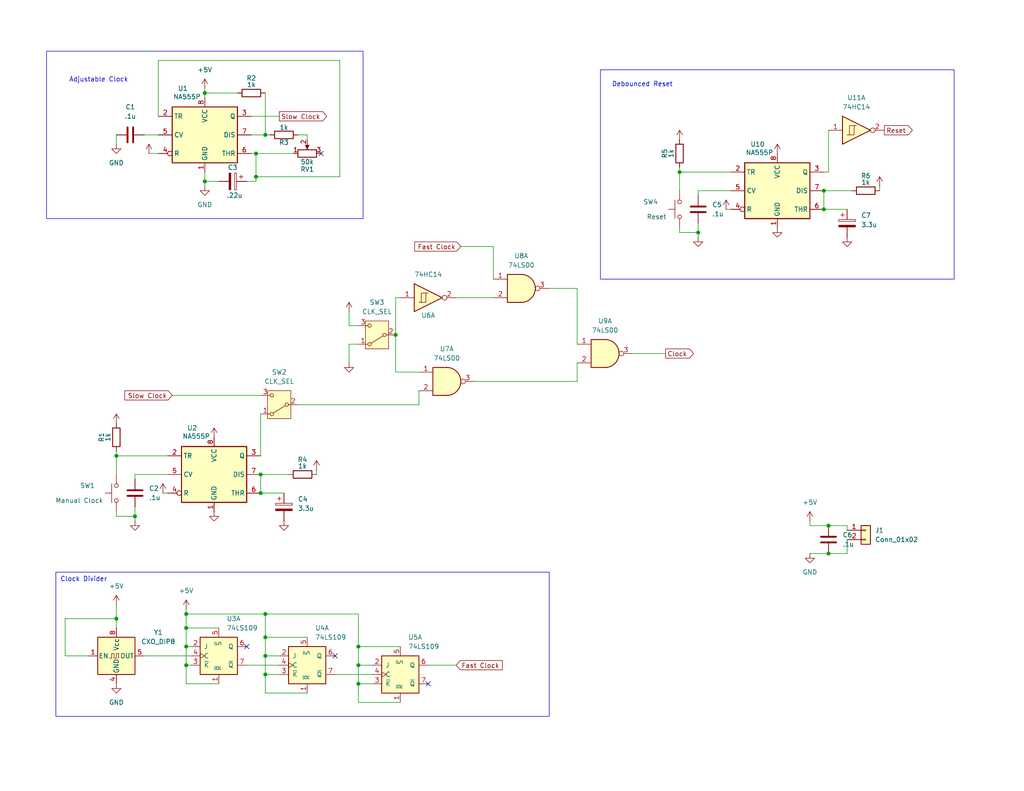
<source format=kicad_sch>
(kicad_sch (version 20250114) (generator "eeschema") (generator_version "9.0")
  (paper "USLetter")
  (title_block (title "Clock/Reset module") (date "2025-10-23") (rev "3") (comment 1 "Reset Switch may need to swap from pull up to pull down depending on output?"))
  (lib_symbols
    (symbol "74xx:74HC14" (pin_names (offset 1.016))
      (property "Reference" "U" (at 0 1.27 0))
      (property "Value" "74HC14" (at 0 -1.27 0))
      (symbol "74HC14_1_0"
        (polyline (pts (xy -3.81 3.81) (xy -3.81 -3.81) (xy 3.81 0) (xy -3.81 3.81)) (stroke (width 0.254)) (fill (type background)))
        (pin input line (at -7.62 0 0) (length 3.81) (name "~") (number "1"))
        (pin output inverted (at 7.62 0 180) (length 3.81) (name "~") (number "2"))
      )
      (symbol "74HC14_1_1"
        (polyline (pts (xy -2.54 -1.27) (xy -0.635 -1.27) (xy -0.635 1.27) (xy 0 1.27)))
        (polyline (pts (xy -1.905 -1.27) (xy -1.905 1.27) (xy -0.635 1.27)))
      )
      (symbol "74HC14_2_0"
        (polyline (pts (xy -3.81 3.81) (xy -3.81 -3.81) (xy 3.81 0) (xy -3.81 3.81)) (stroke (width 0.254)) (fill (type background)))
        (pin input line (at -7.62 0 0) (length 3.81) (name "~") (number "3"))
        (pin output inverted (at 7.62 0 180) (length 3.81) (name "~") (number "4"))
      )
      (symbol "74HC14_2_1"
        (polyline (pts (xy -2.54 -1.27) (xy -0.635 -1.27) (xy -0.635 1.27) (xy 0 1.27)))
        (polyline (pts (xy -1.905 -1.27) (xy -1.905 1.27) (xy -0.635 1.27)))
      )
      (symbol "74HC14_3_0"
        (polyline (pts (xy -3.81 3.81) (xy -3.81 -3.81) (xy 3.81 0) (xy -3.81 3.81)) (stroke (width 0.254)) (fill (type background)))
        (pin input line (at -7.62 0 0) (length 3.81) (name "~") (number "5"))
        (pin output inverted (at 7.62 0 180) (length 3.81) (name "~") (number "6"))
      )
      (symbol "74HC14_3_1"
        (polyline (pts (xy -2.54 -1.27) (xy -0.635 -1.27) (xy -0.635 1.27) (xy 0 1.27)))
        (polyline (pts (xy -1.905 -1.27) (xy -1.905 1.27) (xy -0.635 1.27)))
      )
      (symbol "74HC14_4_0"
        (polyline (pts (xy -3.81 3.81) (xy -3.81 -3.81) (xy 3.81 0) (xy -3.81 3.81)) (stroke (width 0.254)) (fill (type background)))
        (pin input line (at -7.62 0 0) (length 3.81) (name "~") (number "9"))
        (pin output inverted (at 7.62 0 180) (length 3.81) (name "~") (number "8"))
      )
      (symbol "74HC14_4_1"
        (polyline (pts (xy -2.54 -1.27) (xy -0.635 -1.27) (xy -0.635 1.27) (xy 0 1.27)))
        (polyline (pts (xy -1.905 -1.27) (xy -1.905 1.27) (xy -0.635 1.27)))
      )
      (symbol "74HC14_5_0"
        (polyline (pts (xy -3.81 3.81) (xy -3.81 -3.81) (xy 3.81 0) (xy -3.81 3.81)) (stroke (width 0.254)) (fill (type background)))
        (pin input line (at -7.62 0 0) (length 3.81) (name "~") (number "11"))
        (pin output inverted (at 7.62 0 180) (length 3.81) (name "~") (number "10"))
      )
      (symbol "74HC14_5_1"
        (polyline (pts (xy -2.54 -1.27) (xy -0.635 -1.27) (xy -0.635 1.27) (xy 0 1.27)))
        (polyline (pts (xy -1.905 -1.27) (xy -1.905 1.27) (xy -0.635 1.27)))
      )
      (symbol "74HC14_6_0"
        (polyline (pts (xy -3.81 3.81) (xy -3.81 -3.81) (xy 3.81 0) (xy -3.81 3.81)) (stroke (width 0.254)) (fill (type background)))
        (pin input line (at -7.62 0 0) (length 3.81) (name "~") (number "13"))
        (pin output inverted (at 7.62 0 180) (length 3.81) (name "~") (number "12"))
      )
      (symbol "74HC14_6_1"
        (polyline (pts (xy -2.54 -1.27) (xy -0.635 -1.27) (xy -0.635 1.27) (xy 0 1.27)))
        (polyline (pts (xy -1.905 -1.27) (xy -1.905 1.27) (xy -0.635 1.27)))
      )
      (symbol "74HC14_7_0"
        (pin power_in line (at 0 12.7 270) (length 5.08) (name "VCC") (number "14"))
        (pin power_in line (at 0 -12.7 90) (length 5.08) (name "GND") (number "7"))
      )
      (symbol "74HC14_7_1"
        (rectangle (start -5.08 7.62) (end 5.08 -7.62) (stroke (width 0.254)) (fill (type background)))
      )
    )
    (symbol "74xx:74LS00" (pin_names (offset 1.016))
      (property "Reference" "U" (at 0 1.27 0))
      (property "Value" "74LS00" (at 0 -1.27 0))
      (symbol "74LS00_1_1"
        (arc (start 0 3.81) (mid 3.7934 0) (end 0 -3.81) (stroke (width 0.254)) (fill (type background)))
        (polyline (pts (xy 0 3.81) (xy -3.81 3.81) (xy -3.81 -3.81) (xy 0 -3.81)) (stroke (width 0.254)) (fill (type background)))
        (pin input line (at -7.62 2.54 0) (length 3.81) (name "~") (number "1"))
        (pin input line (at -7.62 -2.54 0) (length 3.81) (name "~") (number "2"))
        (pin output inverted (at 7.62 0 180) (length 3.81) (name "~") (number "3"))
      )
      (symbol "74LS00_1_2"
        (arc (start -3.81 3.81) (mid -2.589 0) (end -3.81 -3.81) (stroke (width 0.254)))
        (polyline (pts (xy -3.81 3.81) (xy -0.635 3.81)) (stroke (width 0.254)) (fill (type background)))
        (polyline (pts (xy -3.81 -3.81) (xy -0.635 -3.81)) (stroke (width 0.254)) (fill (type background)))
        (arc (start 3.81 0) (mid 2.1855 -2.584) (end -0.6096 -3.81) (stroke (width 0.254)) (fill (type background)))
        (arc (start -0.6096 3.81) (mid 2.1928 2.5924) (end 3.81 0) (stroke (width 0.254)) (fill (type background)))
        (polyline (pts (xy -0.635 3.81) (xy -3.81 3.81) (xy -3.81 3.81) (xy -3.556 3.4036) (xy -3.0226 2.2606) (xy -2.6924 1.0414) (xy -2.6162 -0.254) (xy -2.7686 -1.4986) (xy -3.175 -2.7178) (xy -3.81 -3.81) (xy -3.81 -3.81) (xy -0.635 -3.81)) (stroke (width -25.4)) (fill (type background)))
        (pin input inverted (at -7.62 2.54 0) (length 4.318) (name "~") (number "1"))
        (pin input inverted (at -7.62 -2.54 0) (length 4.318) (name "~") (number "2"))
        (pin output line (at 7.62 0 180) (length 3.81) (name "~") (number "3"))
      )
      (symbol "74LS00_2_1"
        (arc (start 0 3.81) (mid 3.7934 0) (end 0 -3.81) (stroke (width 0.254)) (fill (type background)))
        (polyline (pts (xy 0 3.81) (xy -3.81 3.81) (xy -3.81 -3.81) (xy 0 -3.81)) (stroke (width 0.254)) (fill (type background)))
        (pin input line (at -7.62 2.54 0) (length 3.81) (name "~") (number "4"))
        (pin input line (at -7.62 -2.54 0) (length 3.81) (name "~") (number "5"))
        (pin output inverted (at 7.62 0 180) (length 3.81) (name "~") (number "6"))
      )
      (symbol "74LS00_2_2"
        (arc (start -3.81 3.81) (mid -2.589 0) (end -3.81 -3.81) (stroke (width 0.254)))
        (polyline (pts (xy -3.81 3.81) (xy -0.635 3.81)) (stroke (width 0.254)) (fill (type background)))
        (polyline (pts (xy -3.81 -3.81) (xy -0.635 -3.81)) (stroke (width 0.254)) (fill (type background)))
        (arc (start 3.81 0) (mid 2.1855 -2.584) (end -0.6096 -3.81) (stroke (width 0.254)) (fill (type background)))
        (arc (start -0.6096 3.81) (mid 2.1928 2.5924) (end 3.81 0) (stroke (width 0.254)) (fill (type background)))
        (polyline (pts (xy -0.635 3.81) (xy -3.81 3.81) (xy -3.81 3.81) (xy -3.556 3.4036) (xy -3.0226 2.2606) (xy -2.6924 1.0414) (xy -2.6162 -0.254) (xy -2.7686 -1.4986) (xy -3.175 -2.7178) (xy -3.81 -3.81) (xy -3.81 -3.81) (xy -0.635 -3.81)) (stroke (width -25.4)) (fill (type background)))
        (pin input inverted (at -7.62 2.54 0) (length 4.318) (name "~") (number "4"))
        (pin input inverted (at -7.62 -2.54 0) (length 4.318) (name "~") (number "5"))
        (pin output line (at 7.62 0 180) (length 3.81) (name "~") (number "6"))
      )
      (symbol "74LS00_3_1"
        (arc (start 0 3.81) (mid 3.7934 0) (end 0 -3.81) (stroke (width 0.254)) (fill (type background)))
        (polyline (pts (xy 0 3.81) (xy -3.81 3.81) (xy -3.81 -3.81) (xy 0 -3.81)) (stroke (width 0.254)) (fill (type background)))
        (pin input line (at -7.62 2.54 0) (length 3.81) (name "~") (number "9"))
        (pin input line (at -7.62 -2.54 0) (length 3.81) (name "~") (number "10"))
        (pin output inverted (at 7.62 0 180) (length 3.81) (name "~") (number "8"))
      )
      (symbol "74LS00_3_2"
        (arc (start -3.81 3.81) (mid -2.589 0) (end -3.81 -3.81) (stroke (width 0.254)))
        (polyline (pts (xy -3.81 3.81) (xy -0.635 3.81)) (stroke (width 0.254)) (fill (type background)))
        (polyline (pts (xy -3.81 -3.81) (xy -0.635 -3.81)) (stroke (width 0.254)) (fill (type background)))
        (arc (start 3.81 0) (mid 2.1855 -2.584) (end -0.6096 -3.81) (stroke (width 0.254)) (fill (type background)))
        (arc (start -0.6096 3.81) (mid 2.1928 2.5924) (end 3.81 0) (stroke (width 0.254)) (fill (type background)))
        (polyline (pts (xy -0.635 3.81) (xy -3.81 3.81) (xy -3.81 3.81) (xy -3.556 3.4036) (xy -3.0226 2.2606) (xy -2.6924 1.0414) (xy -2.6162 -0.254) (xy -2.7686 -1.4986) (xy -3.175 -2.7178) (xy -3.81 -3.81) (xy -3.81 -3.81) (xy -0.635 -3.81)) (stroke (width -25.4)) (fill (type background)))
        (pin input inverted (at -7.62 2.54 0) (length 4.318) (name "~") (number "9"))
        (pin input inverted (at -7.62 -2.54 0) (length 4.318) (name "~") (number "10"))
        (pin output line (at 7.62 0 180) (length 3.81) (name "~") (number "8"))
      )
      (symbol "74LS00_4_1"
        (arc (start 0 3.81) (mid 3.7934 0) (end 0 -3.81) (stroke (width 0.254)) (fill (type background)))
        (polyline (pts (xy 0 3.81) (xy -3.81 3.81) (xy -3.81 -3.81) (xy 0 -3.81)) (stroke (width 0.254)) (fill (type background)))
        (pin input line (at -7.62 2.54 0) (length 3.81) (name "~") (number "12"))
        (pin input line (at -7.62 -2.54 0) (length 3.81) (name "~") (number "13"))
        (pin output inverted (at 7.62 0 180) (length 3.81) (name "~") (number "11"))
      )
      (symbol "74LS00_4_2"
        (arc (start -3.81 3.81) (mid -2.589 0) (end -3.81 -3.81) (stroke (width 0.254)))
        (polyline (pts (xy -3.81 3.81) (xy -0.635 3.81)) (stroke (width 0.254)) (fill (type background)))
        (polyline (pts (xy -3.81 -3.81) (xy -0.635 -3.81)) (stroke (width 0.254)) (fill (type background)))
        (arc (start 3.81 0) (mid 2.1855 -2.584) (end -0.6096 -3.81) (stroke (width 0.254)) (fill (type background)))
        (arc (start -0.6096 3.81) (mid 2.1928 2.5924) (end 3.81 0) (stroke (width 0.254)) (fill (type background)))
        (polyline (pts (xy -0.635 3.81) (xy -3.81 3.81) (xy -3.81 3.81) (xy -3.556 3.4036) (xy -3.0226 2.2606) (xy -2.6924 1.0414) (xy -2.6162 -0.254) (xy -2.7686 -1.4986) (xy -3.175 -2.7178) (xy -3.81 -3.81) (xy -3.81 -3.81) (xy -0.635 -3.81)) (stroke (width -25.4)) (fill (type background)))
        (pin input inverted (at -7.62 2.54 0) (length 4.318) (name "~") (number "12"))
        (pin input inverted (at -7.62 -2.54 0) (length 4.318) (name "~") (number "13"))
        (pin output line (at 7.62 0 180) (length 3.81) (name "~") (number "11"))
      )
      (symbol "74LS00_5_0"
        (pin power_in line (at 0 12.7 270) (length 5.08) (name "VCC") (number "14"))
        (pin power_in line (at 0 -12.7 90) (length 5.08) (name "GND") (number "7"))
      )
      (symbol "74LS00_5_1"
        (rectangle (start -5.08 7.62) (end 5.08 -7.62) (stroke (width 0.254)) (fill (type background)))
      )
    )
    (symbol "74xx:74LS109" (pin_names (offset 1.016))
      (property "Reference" "U" (at -7.62 8.89 0))
      (property "Value" "74LS109" (at -7.62 -8.89 0))
      (symbol "74LS109_1_0"
        (pin input line (at -7.62 2.54 0) (length 2.54) (name "J") (number "2"))
        (pin input clock (at -7.62 0 0) (length 2.54) (name "C") (number "4"))
        (pin input line (at -7.62 -2.54 0) (length 2.54) (name "~{K}") (number "3"))
        (pin input line (at 0 7.62 270) (length 2.54) (name "~{S}") (number "5"))
        (pin input line (at 0 -7.62 90) (length 2.54) (name "~{R}") (number "1"))
        (pin output line (at 7.62 2.54 180) (length 2.54) (name "Q") (number "6"))
        (pin output line (at 7.62 -2.54 180) (length 2.54) (name "~{Q}") (number "7"))
      )
      (symbol "74LS109_1_1"
        (rectangle (start -5.08 5.08) (end 5.08 -5.08) (stroke (width 0.254)) (fill (type background)))
      )
      (symbol "74LS109_2_0"
        (pin input line (at -7.62 2.54 0) (length 2.54) (name "J") (number "14"))
        (pin input clock (at -7.62 0 0) (length 2.54) (name "C") (number "12"))
        (pin input line (at -7.62 -2.54 0) (length 2.54) (name "~{K}") (number "13"))
        (pin input line (at 0 7.62 270) (length 2.54) (name "~{S}") (number "11"))
        (pin input line (at 0 -7.62 90) (length 2.54) (name "~{R}") (number "15"))
        (pin output line (at 7.62 2.54 180) (length 2.54) (name "Q") (number "10"))
        (pin output line (at 7.62 -2.54 180) (length 2.54) (name "~{Q}") (number "9"))
      )
      (symbol "74LS109_2_1"
        (rectangle (start -5.08 5.08) (end 5.08 -5.08) (stroke (width 0.254)) (fill (type background)))
      )
      (symbol "74LS109_3_0"
        (pin power_in line (at 0 10.16 270) (length 2.54) (name "VCC") (number "16"))
        (pin power_in line (at 0 -10.16 90) (length 2.54) (name "GND") (number "8"))
      )
      (symbol "74LS109_3_1"
        (rectangle (start -5.08 7.62) (end 5.08 -7.62) (stroke (width 0.254)) (fill (type background)))
      )
    )
    (symbol "Connector_Generic:Conn_01x02" (pin_names (offset 1.016) (hide yes))
      (property "Reference" "J" (at 0 2.54 0))
      (property "Value" "Conn_01x02" (at 0 -5.08 0))
      (symbol "Conn_01x02_1_1"
        (rectangle (start -1.27 1.27) (end 1.27 -3.81) (stroke (width 0.254)) (fill (type background)))
        (rectangle (start -1.27 0.127) (end 0 -0.127) (stroke (width 0.1524)))
        (rectangle (start -1.27 -2.413) (end 0 -2.667) (stroke (width 0.1524)))
        (pin passive line (at -5.08 0 0) (length 3.81) (name "Pin_1") (number "1"))
        (pin passive line (at -5.08 -2.54 0) (length 3.81) (name "Pin_2") (number "2"))
      )
    )
    (symbol "Device:C" (pin_numbers (hide yes)) (pin_names (offset 0.254))
      (property "Reference" "C" (at 0.635 2.54 0))
      (property "Value" "C" (at 0.635 -2.54 0))
      (symbol "C_0_1"
        (polyline (pts (xy -2.032 0.762) (xy 2.032 0.762)) (stroke (width 0.508)))
        (polyline (pts (xy -2.032 -0.762) (xy 2.032 -0.762)) (stroke (width 0.508)))
      )
      (symbol "C_1_1"
        (pin passive line (at 0 3.81 270) (length 2.794) (name "~") (number "1"))
        (pin passive line (at 0 -3.81 90) (length 2.794) (name "~") (number "2"))
      )
    )
    (symbol "Device:C_Polarized" (pin_numbers (hide yes)) (pin_names (offset 0.254))
      (property "Reference" "C" (at 0.635 2.54 0))
      (property "Value" "C_Polarized" (at 0.635 -2.54 0))
      (symbol "C_Polarized_0_1"
        (rectangle (start -2.286 0.508) (end 2.286 1.016))
        (polyline (pts (xy -1.778 2.286) (xy -0.762 2.286)))
        (polyline (pts (xy -1.27 2.794) (xy -1.27 1.778)))
        (rectangle (start 2.286 -0.508) (end -2.286 -1.016) (fill (type outline)))
      )
      (symbol "C_Polarized_1_1"
        (pin passive line (at 0 3.81 270) (length 2.794) (name "~") (number "1"))
        (pin passive line (at 0 -3.81 90) (length 2.794) (name "~") (number "2"))
      )
    )
    (symbol "Device:R" (pin_numbers (hide yes)) (pin_names (offset 0))
      (property "Reference" "R" (at 2.032 0 90))
      (property "Value" "R" (at 0 0 90))
      (symbol "R_0_1"
        (rectangle (start -1.016 -2.54) (end 1.016 2.54) (stroke (width 0.254)))
      )
      (symbol "R_1_1"
        (pin passive line (at 0 3.81 270) (length 1.27) (name "~") (number "1"))
        (pin passive line (at 0 -3.81 90) (length 1.27) (name "~") (number "2"))
      )
    )
    (symbol "Device:R_Potentiometer" (pin_names (offset 1.016) (hide yes))
      (property "Reference" "RV" (at -4.445 0 90))
      (property "Value" "R_Potentiometer" (at -2.54 0 90))
      (symbol "R_Potentiometer_0_1"
        (rectangle (start 1.016 2.54) (end -1.016 -2.54) (stroke (width 0.254)))
        (polyline (pts (xy 1.143 0) (xy 2.286 0.508) (xy 2.286 -0.508) (xy 1.143 0)) (fill (type outline)))
        (polyline (pts (xy 2.54 0) (xy 1.524 0)))
      )
      (symbol "R_Potentiometer_1_1"
        (pin passive line (at 0 3.81 270) (length 1.27) (name "1") (number "1"))
        (pin passive line (at 0 -3.81 90) (length 1.27) (name "3") (number "3"))
        (pin passive line (at 3.81 0 180) (length 1.27) (name "2") (number "2"))
      )
    )
    (symbol "Oscillator:CXO_DIP8" (pin_names (offset 0.254))
      (property "Reference" "Y" (at -5.08 6.35 0))
      (property "Value" "CXO_DIP8" (at 1.27 -6.35 0))
      (symbol "CXO_DIP8_0_1"
        (rectangle (start -5.08 5.08) (end 5.08 -5.08) (stroke (width 0.254)) (fill (type background)))
        (polyline (pts (xy -1.905 -0.635) (xy -1.27 -0.635) (xy -1.27 0.635) (xy -0.635 0.635) (xy -0.635 -0.635) (xy 0 -0.635) (xy 0 0.635) (xy 0.635 0.635) (xy 0.635 -0.635)))
      )
      (symbol "CXO_DIP8_1_1"
        (pin input line (at -7.62 0 0) (length 2.54) (name "EN") (number "1"))
        (pin power_in line (at 0 7.62 270) (length 2.54) (name "Vcc") (number "8"))
        (pin power_in line (at 0 -7.62 90) (length 2.54) (name "GND") (number "4"))
        (pin output line (at 7.62 0 180) (length 2.54) (name "OUT") (number "5"))
      )
    )
    (symbol "Switch:SW_Push" (pin_numbers (hide yes)) (pin_names (offset 1.016) (hide yes))
      (property "Reference" "SW" (at 1.27 2.54 0))
      (property "Value" "SW_Push" (at 0 -1.524 0))
      (symbol "SW_Push_0_1"
        (circle (center -2.032 0) (radius 0.508))
        (polyline (pts (xy 0 1.27) (xy 0 3.048)))
        (circle (center 2.032 0) (radius 0.508))
        (polyline (pts (xy 2.54 1.27) (xy -2.54 1.27)))
        (pin passive line (at -5.08 0 0) (length 2.54) (name "1") (number "1"))
        (pin passive line (at 5.08 0 180) (length 2.54) (name "2") (number "2"))
      )
    )
    (symbol "Switch:SW_SPDT" (pin_names (offset 0) (hide yes))
      (property "Reference" "SW" (at 0 5.08 0))
      (property "Value" "SW_SPDT" (at 0 -5.08 0))
      (symbol "SW_SPDT_0_1"
        (circle (center -2.032 0) (radius 0.4572))
        (polyline (pts (xy -1.651 0.254) (xy 1.651 2.286)))
        (circle (center 2.032 2.54) (radius 0.4572))
        (circle (center 2.032 -2.54) (radius 0.4572))
      )
      (symbol "SW_SPDT_1_1"
        (rectangle (start -3.175 3.81) (end 3.175 -3.81) (fill (type background)))
        (pin passive line (at -5.08 0 0) (length 2.54) (name "B") (number "2"))
        (pin passive line (at 5.08 2.54 180) (length 2.54) (name "A") (number "1"))
        (pin passive line (at 5.08 -2.54 180) (length 2.54) (name "C") (number "3"))
      )
    )
    (symbol "Timer:NA555P"
      (property "Reference" "U" (at -10.16 8.89 0))
      (property "Value" "NA555P" (at 2.54 8.89 0))
      (symbol "NA555P_0_0"
        (pin power_in line (at 0 10.16 270) (length 2.54) (name "VCC") (number "8"))
        (pin power_in line (at 0 -10.16 90) (length 2.54) (name "GND") (number "1"))
      )
      (symbol "NA555P_0_1"
        (rectangle (start -8.89 -7.62) (end 8.89 7.62) (stroke (width 0.254)) (fill (type background)))
        (rectangle (start -8.89 -7.62) (end 8.89 7.62) (stroke (width 0.254)) (fill (type background)))
      )
      (symbol "NA555P_1_1"
        (pin input line (at -12.7 5.08 0) (length 3.81) (name "TR") (number "2"))
        (pin input line (at -12.7 0 0) (length 3.81) (name "CV") (number "5"))
        (pin input inverted (at -12.7 -5.08 0) (length 3.81) (name "R") (number "4"))
        (pin output line (at 12.7 5.08 180) (length 3.81) (name "Q") (number "3"))
        (pin input line (at 12.7 0 180) (length 3.81) (name "DIS") (number "7"))
        (pin input line (at 12.7 -5.08 180) (length 3.81) (name "THR") (number "6"))
      )
    )
    (symbol "power:+5V" (power) (pin_numbers (hide yes)) (pin_names (offset 0) (hide yes))
      (property "Value" "+5V" (at 0 3.556 0))
      (symbol "+5V_0_1"
        (polyline (pts (xy -0.762 1.27) (xy 0 2.54)))
        (polyline (pts (xy 0 2.54) (xy 0.762 1.27)))
        (polyline (pts (xy 0 0) (xy 0 2.54)))
      )
      (symbol "+5V_1_1"
        (pin power_in line (at 0 0 90) (length 0) (name "~") (number "1"))
      )
    )
    (symbol "power:GND" (power) (pin_numbers (hide yes)) (pin_names (offset 0) (hide yes))
      (property "Value" "GND" (at 0 -3.81 0))
      (symbol "GND_0_1"
        (polyline (pts (xy 0 0) (xy 0 -1.27) (xy 1.27 -1.27) (xy 0 -2.54) (xy -1.27 -1.27) (xy 0 -1.27)))
      )
      (symbol "GND_1_1"
        (pin power_in line (at 0 0 270) (length 0) (name "~") (number "1"))
      )
    )
  )
  (rectangle (start 12.7 13.97) (end 99.06 59.69))
  (rectangle (start 163.83 19.05) (end 260.35 76.2))
  (rectangle (start 15.24 156.21) (end 149.86 195.58))
  (text "Debounced Reset" (at 175.26 23.114 0) (effects (font (size 1.27 1.27))))
  (text "Clock Divider" (at 22.86 158.242 0) (effects (font (size 1.27 1.27))))
  (text "Adjustable Clock" (at 26.924 21.844 0) (effects (font (size 1.27 1.27))))
  (junction (at 69.85 48.26))
  (junction (at 71.12 129.54))
  (junction (at 72.39 173.99))
  (junction (at 226.06 151.13))
  (junction (at 69.85 41.91))
  (junction (at 224.79 52.07))
  (junction (at 31.75 124.46))
  (junction (at 224.79 57.15))
  (junction (at 72.39 167.64))
  (junction (at 50.8 171.45))
  (junction (at 50.8 176.53))
  (junction (at 97.79 176.53))
  (junction (at 72.39 184.15))
  (junction (at 31.75 168.91))
  (junction (at 71.12 134.62))
  (junction (at 50.8 181.61))
  (junction (at 50.8 167.64))
  (junction (at 185.42 46.99))
  (junction (at 107.95 91.44))
  (junction (at 190.5 63.5))
  (junction (at 97.79 181.61))
  (junction (at 226.06 143.51))
  (junction (at 72.39 36.83))
  (junction (at 72.39 179.07))
  (junction (at 55.88 49.53))
  (junction (at 55.88 25.4))
  (junction (at 97.79 186.69))
  (junction (at 36.83 140.97))
  (no_connect (at 116.84 186.69))
  (no_connect (at 67.31 176.53))
  (no_connect (at 87.63 41.91))
  (no_connect (at 91.44 179.07))
  (wire (pts (xy 69.85 48.26) (xy 69.85 49.53)))
  (wire (pts (xy 97.79 186.69) (xy 97.79 181.61)))
  (wire (pts (xy 39.37 179.07) (xy 52.07 179.07)))
  (wire (pts (xy 107.95 81.28) (xy 109.22 81.28)))
  (wire (pts (xy 224.79 52.07) (xy 232.41 52.07)))
  (wire (pts (xy 226.06 46.99) (xy 224.79 46.99)))
  (wire (pts (xy 116.84 181.61) (xy 124.46 181.61)))
  (wire (pts (xy 72.39 179.07) (xy 76.2 179.07)))
  (wire (pts (xy 36.83 142.24) (xy 36.83 140.97)))
  (wire (pts (xy 190.5 63.5) (xy 190.5 60.96)))
  (wire (pts (xy 72.39 173.99) (xy 72.39 167.64)))
  (wire (pts (xy 68.58 36.83) (xy 72.39 36.83)))
  (wire (pts (xy 91.44 184.15) (xy 101.6 184.15)))
  (wire (pts (xy 226.06 35.56) (xy 226.06 46.99)))
  (wire (pts (xy 72.39 184.15) (xy 72.39 189.23)))
  (wire (pts (xy 81.28 110.49) (xy 114.3 110.49)))
  (wire (pts (xy 55.88 25.4) (xy 64.77 25.4)))
  (wire (pts (xy 83.82 38.1) (xy 83.82 36.83)))
  (wire (pts (xy 71.12 129.54) (xy 78.74 129.54)))
  (wire (pts (xy 39.37 36.83) (xy 43.18 36.83)))
  (wire (pts (xy 50.8 176.53) (xy 52.07 176.53)))
  (wire (pts (xy 185.42 46.99) (xy 185.42 45.72)))
  (wire (pts (xy 185.42 62.23) (xy 185.42 63.5)))
  (wire (pts (xy 107.95 91.44) (xy 107.95 81.28)))
  (wire (pts (xy 224.79 57.15) (xy 231.14 57.15)))
  (wire (pts (xy 50.8 171.45) (xy 59.69 171.45)))
  (wire (pts (xy 125.73 67.31) (xy 134.62 67.31)))
  (wire (pts (xy 31.75 168.91) (xy 31.75 171.45)))
  (wire (pts (xy 71.12 129.54) (xy 71.12 134.62)))
  (wire (pts (xy 24.13 179.07) (xy 17.78 179.07)))
  (wire (pts (xy 43.18 31.75) (xy 43.18 16.51)))
  (wire (pts (xy 185.42 46.99) (xy 185.42 52.07)))
  (wire (pts (xy 44.45 134.62) (xy 45.72 134.62)))
  (wire (pts (xy 72.39 179.07) (xy 72.39 184.15)))
  (wire (pts (xy 220.98 151.13) (xy 226.06 151.13)))
  (wire (pts (xy 67.31 49.53) (xy 69.85 49.53)))
  (wire (pts (xy 50.8 167.64) (xy 50.8 171.45)))
  (wire (pts (xy 50.8 176.53) (xy 50.8 181.61)))
  (wire (pts (xy 36.83 140.97) (xy 36.83 138.43)))
  (wire (pts (xy 68.58 31.75) (xy 76.2 31.75)))
  (wire (pts (xy 69.85 41.91) (xy 69.85 48.26)))
  (wire (pts (xy 231.14 151.13) (xy 231.14 147.32)))
  (wire (pts (xy 157.48 78.74) (xy 149.86 78.74)))
  (wire (pts (xy 55.88 49.53) (xy 59.69 49.53)))
  (wire (pts (xy 97.79 176.53) (xy 97.79 167.64)))
  (wire (pts (xy 185.42 63.5) (xy 190.5 63.5)))
  (wire (pts (xy 92.71 16.51) (xy 92.71 48.26)))
  (wire (pts (xy 45.72 129.54) (xy 36.83 129.54)))
  (wire (pts (xy 199.39 46.99) (xy 185.42 46.99)))
  (wire (pts (xy 107.95 101.6) (xy 107.95 91.44)))
  (wire (pts (xy 71.12 134.62) (xy 77.47 134.62)))
  (wire (pts (xy 83.82 173.99) (xy 72.39 173.99)))
  (wire (pts (xy 226.06 143.51) (xy 231.14 143.51)))
  (wire (pts (xy 95.25 93.98) (xy 95.25 99.06)))
  (wire (pts (xy 71.12 124.46) (xy 71.12 113.03)))
  (wire (pts (xy 157.48 93.98) (xy 157.48 78.74)))
  (wire (pts (xy 114.3 101.6) (xy 107.95 101.6)))
  (wire (pts (xy 109.22 176.53) (xy 97.79 176.53)))
  (wire (pts (xy 231.14 143.51) (xy 231.14 144.78)))
  (wire (pts (xy 68.58 41.91) (xy 69.85 41.91)))
  (wire (pts (xy 220.98 142.24) (xy 220.98 143.51)))
  (wire (pts (xy 31.75 124.46) (xy 31.75 129.54)))
  (wire (pts (xy 31.75 139.7) (xy 31.75 140.97)))
  (wire (pts (xy 17.78 168.91) (xy 31.75 168.91)))
  (wire (pts (xy 67.31 181.61) (xy 76.2 181.61)))
  (wire (pts (xy 72.39 167.64) (xy 97.79 167.64)))
  (wire (pts (xy 95.25 88.9) (xy 97.79 88.9)))
  (wire (pts (xy 97.79 176.53) (xy 97.79 181.61)))
  (wire (pts (xy 50.8 166.37) (xy 50.8 167.64)))
  (wire (pts (xy 97.79 93.98) (xy 95.25 93.98)))
  (wire (pts (xy 31.75 140.97) (xy 36.83 140.97)))
  (wire (pts (xy 97.79 181.61) (xy 101.6 181.61)))
  (wire (pts (xy 59.69 186.69) (xy 50.8 186.69)))
  (wire (pts (xy 72.39 173.99) (xy 72.39 179.07)))
  (wire (pts (xy 43.18 16.51) (xy 92.71 16.51)))
  (wire (pts (xy 124.46 81.28) (xy 134.62 81.28)))
  (wire (pts (xy 226.06 151.13) (xy 231.14 151.13)))
  (wire (pts (xy 129.54 104.14) (xy 157.48 104.14)))
  (wire (pts (xy 198.12 57.15) (xy 199.39 57.15)))
  (wire (pts (xy 52.07 181.61) (xy 50.8 181.61)))
  (wire (pts (xy 50.8 167.64) (xy 72.39 167.64)))
  (wire (pts (xy 83.82 36.83) (xy 81.28 36.83)))
  (wire (pts (xy 31.75 165.1) (xy 31.75 168.91)))
  (wire (pts (xy 55.88 49.53) (xy 55.88 46.99)))
  (wire (pts (xy 36.83 129.54) (xy 36.83 130.81)))
  (wire (pts (xy 172.72 96.52) (xy 181.61 96.52)))
  (wire (pts (xy 220.98 143.51) (xy 226.06 143.51)))
  (wire (pts (xy 31.75 36.83) (xy 31.75 39.37)))
  (wire (pts (xy 134.62 67.31) (xy 134.62 76.2)))
  (wire (pts (xy 80.01 41.91) (xy 69.85 41.91)))
  (wire (pts (xy 72.39 36.83) (xy 73.66 36.83)))
  (wire (pts (xy 190.5 64.77) (xy 190.5 63.5)))
  (wire (pts (xy 95.25 85.09) (xy 95.25 88.9)))
  (wire (pts (xy 224.79 52.07) (xy 224.79 57.15)))
  (wire (pts (xy 40.64 41.91) (xy 43.18 41.91)))
  (wire (pts (xy 199.39 52.07) (xy 190.5 52.07)))
  (wire (pts (xy 101.6 186.69) (xy 97.79 186.69)))
  (wire (pts (xy 240.03 50.8) (xy 240.03 52.07)))
  (wire (pts (xy 45.72 124.46) (xy 31.75 124.46)))
  (wire (pts (xy 46.99 107.95) (xy 71.12 107.95)))
  (wire (pts (xy 55.88 24.13) (xy 55.88 25.4)))
  (wire (pts (xy 69.85 48.26) (xy 92.71 48.26)))
  (wire (pts (xy 190.5 52.07) (xy 190.5 53.34)))
  (wire (pts (xy 55.88 25.4) (xy 55.88 26.67)))
  (wire (pts (xy 17.78 179.07) (xy 17.78 168.91)))
  (wire (pts (xy 86.36 128.27) (xy 86.36 129.54)))
  (wire (pts (xy 50.8 171.45) (xy 50.8 176.53)))
  (wire (pts (xy 50.8 186.69) (xy 50.8 181.61)))
  (wire (pts (xy 31.75 124.46) (xy 31.75 123.19)))
  (wire (pts (xy 76.2 184.15) (xy 72.39 184.15)))
  (wire (pts (xy 55.88 50.8) (xy 55.88 49.53)))
  (wire (pts (xy 72.39 25.4) (xy 72.39 36.83)))
  (wire (pts (xy 72.39 189.23) (xy 83.82 189.23)))
  (wire (pts (xy 97.79 191.77) (xy 97.79 186.69)))
  (wire (pts (xy 157.48 104.14) (xy 157.48 99.06)))
  (wire (pts (xy 109.22 191.77) (xy 97.79 191.77)))
  (wire (pts (xy 114.3 110.49) (xy 114.3 106.68)))
  (global_label "Clock" (shape output) (at 181.61 96.52 0) (property "Intersheetrefs" "${INTERSHEET_REFS}" (effects (hide yes))))
  (global_label "Reset" (shape output) (at 241.3 35.56 0) (property "Intersheetrefs" "${INTERSHEET_REFS}" (effects (hide yes))))
  (global_label "Fast Clock" (shape input) (at 124.46 181.61 0) (property "Intersheetrefs" "${INTERSHEET_REFS}" (effects (hide yes))))
  (global_label "Slow Clock" (shape output) (at 76.2 31.75 0) (property "Intersheetrefs" "${INTERSHEET_REFS}" (effects (hide yes))))
  (global_label "Slow Clock" (shape input) (at 46.99 107.95 180) (property "Intersheetrefs" "${INTERSHEET_REFS}" (effects (hide yes))))
  (global_label "Fast Clock" (shape input) (at 125.73 67.31 180) (property "Intersheetrefs" "${INTERSHEET_REFS}" (effects (hide yes))))
  (symbol (lib_id "Switch:SW_SPDT") (at 76.2 110.49 180) (unit 1)
    (property "Reference" "SW2" (at 76.2 101.6 0))
    (property "Value" "CLK_SEL" (at 76.2 104.14 0))
    (property "Footprint" "Button_Switch_THT:SW_Slide-03_Wuerth-WS-SLTV_10x2.5x6.4_P2.54mm" (effects (hide yes)))
    (property "Description" "Switch, single pole double throw" (effects (hide yes)))
  )
  (symbol (lib_id "Device:C") (at 35.56 36.83 270) (unit 1)
    (property "Reference" "C1" (at 35.56 29.21 90))
    (property "Value" ".1u" (at 35.56 31.75 90))
    (property "Footprint" "Capacitor_THT:C_Disc_D3.0mm_W1.6mm_P2.50mm" (effects (hide yes)))
    (property "Description" "Unpolarized capacitor" (effects (hide yes)))
  )
  (symbol (lib_id "Device:R") (at 185.42 41.91 180) (unit 1)
    (property "Reference" "R5" (at 181.356 41.91 90))
    (property "Value" "1k" (at 183.134 41.91 90))
    (property "Footprint" "Resistor_THT:R_Axial_DIN0207_L6.3mm_D2.5mm_P7.62mm_Horizontal" (effects (hide yes)))
    (property "Description" "Resistor" (effects (hide yes)))
  )
  (symbol (lib_id "Device:C_Polarized") (at 63.5 49.53 270) (unit 1)
    (property "Reference" "C3" (at 63.5 45.72 90))
    (property "Value" ".22u" (at 64.008 53.34 90))
    (property "Footprint" "Capacitor_SMD:CP_Elec_4x3" (effects (hide yes)))
    (property "Description" "Polarized capacitor" (effects (hide yes)))
  )
  (symbol (lib_id "power:+5V") (at 31.75 165.1 0) (unit 1)
    (property "Reference" "#PWR03" (effects (hide yes)))
    (property "Value" "+5V" (at 31.75 160.02 0))
    (property "Description" "Power symbol creates a global label with name \"+5V\"" (effects (hide yes)))
  )
  (symbol (lib_id "Device:C") (at 190.5 57.15 0) (unit 1)
    (property "Reference" "C5" (at 194.31 55.8799 0) (effects (justify left)))
    (property "Value" ".1u" (at 194.31 58.4199 0) (effects (justify left)))
    (property "Footprint" "Capacitor_THT:C_Disc_D3.0mm_W1.6mm_P2.50mm" (effects (hide yes)))
    (property "Description" "Unpolarized capacitor" (effects (hide yes)))
  )
  (symbol (lib_id "power:+5V") (at 198.12 57.15 0) (unit 1)
    (property "Reference" "#PWR019" (effects (hide yes)))
    (property "Value" "+5V" (effects (hide yes)))
    (property "Description" "Power symbol creates a global label with name \"+5V\"" (effects (hide yes)))
  )
  (symbol (lib_id "power:+5V") (at 212.09 41.91 0) (unit 1)
    (property "Reference" "#PWR020" (effects (hide yes)))
    (property "Value" "+5V" (effects (hide yes)))
    (property "Description" "Power symbol creates a global label with name \"+5V\"" (effects (hide yes)))
  )
  (symbol (lib_id "Oscillator:CXO_DIP8") (at 31.75 179.07 0) (unit 1)
    (property "Reference" "Y1" (at 43.18 172.6498 0))
    (property "Value" "CXO_DIP8" (at 43.18 175.1898 0))
    (property "Footprint" "Oscillator:Oscillator_DIP-8" (effects (hide yes)))
    (property "Datasheet" "http://cdn-reichelt.de/documents/datenblatt/B400/OSZI.pdf" (effects (hide yes)))
    (property "Description" "Crystal Clock Oscillator, DIP8-style metal package" (effects (hide yes)))
  )
  (symbol (lib_id "power:+5V") (at 55.88 24.13 0) (unit 1)
    (property "Reference" "#PWR09" (effects (hide yes)))
    (property "Value" "+5V" (at 55.88 19.05 0))
    (property "Description" "Power symbol creates a global label with name \"+5V\"" (effects (hide yes)))
  )
  (symbol (lib_id "74xx:74LS00") (at 165.1 96.52 0) (unit 1)
    (property "Reference" "U9" (at 165.0917 87.63 0))
    (property "Value" "74LS00" (at 165.0917 90.17 0))
    (property "Footprint" "Package_DIP:DIP-14_W7.62mm_Socket" (effects (hide yes)))
    (property "Datasheet" "http://www.ti.com/lit/gpn/sn74ls00" (effects (hide yes)))
    (property "Description" "quad 2-input NAND gate" (effects (hide yes)))
  )
  (symbol (lib_id "74xx:74LS00") (at 142.24 78.74 0) (unit 1)
    (property "Reference" "U8" (at 142.2317 69.85 0))
    (property "Value" "74LS00" (at 142.2317 72.39 0))
    (property "Footprint" "Package_DIP:DIP-14_W7.62mm_Socket" (effects (hide yes)))
    (property "Datasheet" "http://www.ti.com/lit/gpn/sn74ls00" (effects (hide yes)))
    (property "Description" "quad 2-input NAND gate" (effects (hide yes)))
  )
  (symbol (lib_id "74xx:74LS00") (at 121.92 104.14 0) (unit 1)
    (property "Reference" "U7" (at 121.9117 95.25 0))
    (property "Value" "74LS00" (at 121.9117 97.79 0))
    (property "Footprint" "Package_DIP:DIP-14_W7.62mm_Socket" (effects (hide yes)))
    (property "Datasheet" "http://www.ti.com/lit/gpn/sn74ls00" (effects (hide yes)))
    (property "Description" "quad 2-input NAND gate" (effects (hide yes)))
  )
  (symbol (lib_id "Device:R") (at 236.22 52.07 90) (unit 1)
    (property "Reference" "R6" (at 236.22 48.006 90))
    (property "Value" "1k" (at 236.22 49.784 90))
    (property "Footprint" "Resistor_THT:R_Axial_DIN0207_L6.3mm_D2.5mm_P7.62mm_Horizontal" (effects (hide yes)))
    (property "Description" "Resistor" (effects (hide yes)))
  )
  (symbol (lib_id "power:GND") (at 95.25 99.06 0) (unit 1)
    (property "Reference" "#PWR016" (effects (hide yes)))
    (property "Value" "GND" (effects (hide yes)))
    (property "Description" "Power symbol creates a global label with name \"GND\" , ground" (effects (hide yes)))
  )
  (symbol (lib_id "Device:R") (at 82.55 129.54 90) (unit 1)
    (property "Reference" "R4" (at 82.55 125.476 90))
    (property "Value" "1k" (at 82.55 127.254 90))
    (property "Footprint" "Resistor_THT:R_Axial_DIN0207_L6.3mm_D2.5mm_P7.62mm_Horizontal" (effects (hide yes)))
    (property "Description" "Resistor" (effects (hide yes)))
  )
  (symbol (lib_id "power:+5V") (at 220.98 142.24 0) (unit 1)
    (property "Reference" "#PWR022" (effects (hide yes)))
    (property "Value" "+5V" (at 220.98 137.16 0))
    (property "Description" "Power symbol creates a global label with name \"+5V\"" (effects (hide yes)))
  )
  (symbol (lib_id "power:+5V") (at 58.42 119.38 0) (unit 1)
    (property "Reference" "#PWR011" (effects (hide yes)))
    (property "Value" "+5V" (effects (hide yes)))
    (property "Description" "Power symbol creates a global label with name \"+5V\"" (effects (hide yes)))
  )
  (symbol (lib_id "power:+5V") (at 31.75 115.57 0) (unit 1)
    (property "Reference" "#PWR02" (effects (hide yes)))
    (property "Value" "+5V" (effects (hide yes)))
    (property "Description" "Power symbol creates a global label with name \"+5V\"" (effects (hide yes)))
  )
  (symbol (lib_id "Device:R") (at 77.47 36.83 90) (unit 1)
    (property "Reference" "R3" (at 77.47 38.862 90))
    (property "Value" "1k" (at 77.47 34.798 90))
    (property "Footprint" "Resistor_THT:R_Axial_DIN0207_L6.3mm_D2.5mm_P7.62mm_Horizontal" (effects (hide yes)))
    (property "Description" "Resistor" (effects (hide yes)))
  )
  (symbol (lib_id "Switch:SW_Push") (at 31.75 134.62 90) (unit 1)
    (property "Reference" "SW1" (at 25.908 132.588 90) (effects (justify left)))
    (property "Value" "Manual Clock" (at 28.194 136.652 90) (effects (justify left)))
    (property "Footprint" "Button_Switch_THT:SW_PUSH_6mm" (effects (hide yes)))
    (property "Description" "Push button switch, generic, two pins" (effects (hide yes)))
  )
  (symbol (lib_id "power:+5V") (at 50.8 166.37 0) (unit 1)
    (property "Reference" "#PWR08" (effects (hide yes)))
    (property "Value" "+5V" (at 50.8 161.29 0))
    (property "Description" "Power symbol creates a global label with name \"+5V\"" (effects (hide yes)))
  )
  (symbol (lib_id "Device:R_Potentiometer") (at 83.82 41.91 90) (unit 1)
    (property "Reference" "RV1" (at 83.82 46.228 90))
    (property "Value" "50k" (at 83.82 44.196 90))
    (property "Footprint" "Potentiometer_THT:Potentiometer_Vishay_T7-YA_Single_Vertical" (effects (hide yes)))
    (property "Description" "Potentiometer" (effects (hide yes)))
  )
  (symbol (lib_id "power:GND") (at 36.83 142.24 0) (unit 1)
    (property "Reference" "#PWR05" (effects (hide yes)))
    (property "Value" "GND" (effects (hide yes)))
    (property "Description" "Power symbol creates a global label with name \"GND\" , ground" (effects (hide yes)))
  )
  (symbol (lib_id "74xx:74HC14") (at 233.68 35.56 0) (unit 1)
    (property "Reference" "U11" (at 233.68 26.67 0))
    (property "Value" "74HC14" (at 233.68 29.21 0))
    (property "Footprint" "Package_DIP:DIP-14_W7.62mm_Socket" (effects (hide yes)))
    (property "Datasheet" "http://www.ti.com/lit/gpn/sn74HC14" (effects (hide yes)))
    (property "Description" "Hex inverter schmitt trigger" (effects (hide yes)))
  )
  (symbol (lib_id "74xx:74HC14") (at 116.84 81.28 0) (unit 1)
    (property "Reference" "U6" (at 116.84 86.106 0))
    (property "Value" "74HC14" (at 116.84 74.93 0))
    (property "Footprint" "Package_DIP:DIP-14_W7.62mm_Socket" (effects (hide yes)))
    (property "Datasheet" "http://www.ti.com/lit/gpn/sn74HC14" (effects (hide yes)))
    (property "Description" "Hex inverter schmitt trigger" (effects (hide yes)))
  )
  (symbol (lib_id "power:+5V") (at 86.36 128.27 0) (unit 1)
    (property "Reference" "#PWR014" (effects (hide yes)))
    (property "Value" "+5V" (effects (hide yes)))
    (property "Description" "Power symbol creates a global label with name \"+5V\"" (effects (hide yes)))
  )
  (symbol (lib_id "power:+5V") (at 240.03 50.8 0) (unit 1)
    (property "Reference" "#PWR025" (effects (hide yes)))
    (property "Value" "+5V" (effects (hide yes)))
    (property "Description" "Power symbol creates a global label with name \"+5V\"" (effects (hide yes)))
  )
  (symbol (lib_id "power:GND") (at 220.98 151.13 0) (unit 1)
    (property "Reference" "#PWR023" (effects (hide yes)))
    (property "Value" "GND" (at 220.98 156.21 0))
    (property "Description" "Power symbol creates a global label with name \"GND\" , ground" (effects (hide yes)))
  )
  (symbol (lib_id "Device:C_Polarized") (at 77.47 138.43 0) (unit 1)
    (property "Reference" "C4" (at 81.28 136.2709 0) (effects (justify left)))
    (property "Value" "3.3u" (at 81.28 138.8109 0) (effects (justify left)))
    (property "Footprint" "Capacitor_SMD:CP_Elec_4x3" (effects (hide yes)))
    (property "Description" "Polarized capacitor" (effects (hide yes)))
  )
  (symbol (lib_id "power:+5V") (at 44.45 134.62 0) (unit 1)
    (property "Reference" "#PWR07" (effects (hide yes)))
    (property "Value" "+5V" (effects (hide yes)))
    (property "Description" "Power symbol creates a global label with name \"+5V\"" (effects (hide yes)))
  )
  (symbol (lib_id "Timer:NA555P") (at 212.09 52.07 0) (unit 1)
    (property "Reference" "U10" (at 204.724 39.37 0) (effects (justify left)))
    (property "Value" "NA555P" (at 203.454 41.656 0) (effects (justify left)))
    (property "Footprint" "Package_DIP:DIP-8_W7.62mm" (effects (hide yes)))
    (property "Datasheet" "http://www.ti.com/lit/ds/symlink/ne555.pdf" (effects (hide yes)))
    (property "Description" "Precision Timers, 555 compatible, PDIP-8" (effects (hide yes)))
  )
  (symbol (lib_id "Device:C") (at 226.06 147.32 0) (unit 1)
    (property "Reference" "C6" (at 229.87 146.0499 0) (effects (justify left)))
    (property "Value" ".1u" (at 229.87 148.5899 0) (effects (justify left)))
    (property "Footprint" "Capacitor_THT:C_Disc_D3.0mm_W1.6mm_P2.50mm" (effects (hide yes)))
    (property "Description" "Unpolarized capacitor" (effects (hide yes)))
  )
  (symbol (lib_id "power:GND") (at 31.75 39.37 0) (unit 1)
    (property "Reference" "#PWR01" (effects (hide yes)))
    (property "Value" "GND" (at 31.75 44.45 0))
    (property "Description" "Power symbol creates a global label with name \"GND\" , ground" (effects (hide yes)))
  )
  (symbol (lib_id "power:+5V") (at 185.42 38.1 0) (unit 1)
    (property "Reference" "#PWR017" (effects (hide yes)))
    (property "Value" "+5V" (effects (hide yes)))
    (property "Description" "Power symbol creates a global label with name \"+5V\"" (effects (hide yes)))
  )
  (symbol (lib_id "power:GND") (at 190.5 64.77 0) (unit 1)
    (property "Reference" "#PWR018" (effects (hide yes)))
    (property "Value" "GND" (effects (hide yes)))
    (property "Description" "Power symbol creates a global label with name \"GND\" , ground" (effects (hide yes)))
  )
  (symbol (lib_id "Switch:SW_SPDT") (at 102.87 91.44 180) (unit 1)
    (property "Reference" "SW3" (at 102.87 82.55 0))
    (property "Value" "CLK_SEL" (at 102.87 85.09 0))
    (property "Footprint" "Button_Switch_THT:SW_Slide-03_Wuerth-WS-SLTV_10x2.5x6.4_P2.54mm" (effects (hide yes)))
    (property "Description" "Switch, single pole double throw" (effects (hide yes)))
  )
  (symbol (lib_id "Device:C_Polarized") (at 231.14 60.96 0) (unit 1)
    (property "Reference" "C7" (at 234.95 58.8009 0) (effects (justify left)))
    (property "Value" "3.3u" (at 234.95 61.3409 0) (effects (justify left)))
    (property "Footprint" "Capacitor_SMD:CP_Elec_4x3" (effects (hide yes)))
    (property "Description" "Polarized capacitor" (effects (hide yes)))
  )
  (symbol (lib_id "Device:C") (at 36.83 134.62 0) (unit 1)
    (property "Reference" "C2" (at 40.64 133.3499 0) (effects (justify left)))
    (property "Value" ".1u" (at 40.64 135.8899 0) (effects (justify left)))
    (property "Footprint" "Capacitor_THT:C_Disc_D3.0mm_W1.6mm_P2.50mm" (effects (hide yes)))
    (property "Description" "Unpolarized capacitor" (effects (hide yes)))
  )
  (symbol (lib_id "Timer:NA555P") (at 58.42 129.54 0) (unit 1)
    (property "Reference" "U2" (at 51.054 116.84 0) (effects (justify left)))
    (property "Value" "NA555P" (at 49.784 119.126 0) (effects (justify left)))
    (property "Footprint" "Package_DIP:DIP-8_W7.62mm" (effects (hide yes)))
    (property "Datasheet" "http://www.ti.com/lit/ds/symlink/ne555.pdf" (effects (hide yes)))
    (property "Description" "Precision Timers, 555 compatible, PDIP-8" (effects (hide yes)))
  )
  (symbol (lib_id "74xx:74LS109") (at 59.69 179.07 0) (unit 1)
    (property "Reference" "U3" (at 61.8333 168.91 0) (effects (justify left)))
    (property "Value" "74LS109" (at 61.8333 171.45 0) (effects (justify left)))
    (property "Footprint" "Package_DIP:DIP-16_W7.62mm_Socket" (effects (hide yes)))
    (property "Datasheet" "http://www.ti.com/lit/gpn/sn74LS109" (effects (hide yes)))
    (property "Description" "Dual JK Flip-Flop, Set & Reset" (effects (hide yes)))
  )
  (symbol (lib_id "74xx:74LS109") (at 83.82 181.61 0) (unit 1)
    (property "Reference" "U4" (at 85.9633 171.45 0) (effects (justify left)))
    (property "Value" "74LS109" (at 85.9633 173.99 0) (effects (justify left)))
    (property "Footprint" "Package_DIP:DIP-16_W7.62mm_Socket" (effects (hide yes)))
    (property "Datasheet" "http://www.ti.com/lit/gpn/sn74LS109" (effects (hide yes)))
    (property "Description" "Dual JK Flip-Flop, Set & Reset" (effects (hide yes)))
  )
  (symbol (lib_id "power:GND") (at 212.09 62.23 0) (unit 1)
    (property "Reference" "#PWR021" (effects (hide yes)))
    (property "Value" "GND" (effects (hide yes)))
    (property "Description" "Power symbol creates a global label with name \"GND\" , ground" (effects (hide yes)))
  )
  (symbol (lib_id "Connector_Generic:Conn_01x02") (at 236.22 144.78 0) (unit 1)
    (property "Reference" "J1" (at 238.76 144.7799 0) (effects (justify left)))
    (property "Value" "Conn_01x02" (at 238.76 147.3199 0) (effects (justify left)))
    (property "Footprint" "Connector_JST:JST_EH_B2B-EH-A_1x02_P2.50mm_Vertical" (effects (hide yes)))
    (property "Description" "Generic connector, single row, 01x02, script generated (kicad-library-utils/schlib/autogen/connector/)" (effects (hide yes)))
  )
  (symbol (lib_id "power:GND") (at 231.14 64.77 0) (unit 1)
    (property "Reference" "#PWR024" (effects (hide yes)))
    (property "Value" "GND" (effects (hide yes)))
    (property "Description" "Power symbol creates a global label with name \"GND\" , ground" (effects (hide yes)))
  )
  (symbol (lib_id "power:GND") (at 77.47 142.24 0) (unit 1)
    (property "Reference" "#PWR013" (effects (hide yes)))
    (property "Value" "GND" (effects (hide yes)))
    (property "Description" "Power symbol creates a global label with name \"GND\" , ground" (effects (hide yes)))
  )
  (symbol (lib_id "Device:R") (at 31.75 119.38 180) (unit 1)
    (property "Reference" "R1" (at 27.686 119.38 90))
    (property "Value" "1k" (at 29.464 119.38 90))
    (property "Footprint" "Resistor_THT:R_Axial_DIN0207_L6.3mm_D2.5mm_P7.62mm_Horizontal" (effects (hide yes)))
    (property "Description" "Resistor" (effects (hide yes)))
  )
  (symbol (lib_id "power:GND") (at 58.42 139.7 0) (unit 1)
    (property "Reference" "#PWR012" (effects (hide yes)))
    (property "Value" "GND" (effects (hide yes)))
    (property "Description" "Power symbol creates a global label with name \"GND\" , ground" (effects (hide yes)))
  )
  (symbol (lib_id "Timer:NA555P") (at 55.88 36.83 0) (unit 1)
    (property "Reference" "U1" (at 48.514 24.13 0) (effects (justify left)))
    (property "Value" "NA555P" (at 47.244 26.416 0) (effects (justify left)))
    (property "Footprint" "Package_DIP:DIP-8_W7.62mm" (effects (hide yes)))
    (property "Datasheet" "http://www.ti.com/lit/ds/symlink/ne555.pdf" (effects (hide yes)))
    (property "Description" "Precision Timers, 555 compatible, PDIP-8" (effects (hide yes)))
  )
  (symbol (lib_id "power:+5V") (at 40.64 41.91 0) (unit 1)
    (property "Reference" "#PWR06" (effects (hide yes)))
    (property "Value" "+5V" (effects (hide yes)))
    (property "Description" "Power symbol creates a global label with name \"+5V\"" (effects (hide yes)))
  )
  (symbol (lib_id "Device:R") (at 68.58 25.4 90) (unit 1)
    (property "Reference" "R2" (at 68.58 21.336 90))
    (property "Value" "1k" (at 68.58 23.114 90))
    (property "Footprint" "Resistor_THT:R_Axial_DIN0207_L6.3mm_D2.5mm_P7.62mm_Horizontal" (effects (hide yes)))
    (property "Description" "Resistor" (effects (hide yes)))
  )
  (symbol (lib_id "Switch:SW_Push") (at 185.42 57.15 90) (unit 1)
    (property "Reference" "SW4" (at 179.578 55.118 90) (effects (justify left)))
    (property "Value" "Reset" (at 181.864 59.182 90) (effects (justify left)))
    (property "Footprint" "Button_Switch_THT:SW_PUSH_6mm_H13mm" (effects (hide yes)))
    (property "Description" "Push button switch, generic, two pins" (effects (hide yes)))
  )
  (symbol (lib_id "power:+5V") (at 95.25 85.09 0) (unit 1)
    (property "Reference" "#PWR015" (effects (hide yes)))
    (property "Value" "+5V" (effects (hide yes)))
    (property "Description" "Power symbol creates a global label with name \"+5V\"" (effects (hide yes)))
  )
  (symbol (lib_id "power:GND") (at 31.75 186.69 0) (unit 1)
    (property "Reference" "#PWR04" (effects (hide yes)))
    (property "Value" "GND" (at 31.75 191.77 0))
    (property "Description" "Power symbol creates a global label with name \"GND\" , ground" (effects (hide yes)))
  )
  (symbol (lib_id "power:GND") (at 55.88 50.8 0) (unit 1)
    (property "Reference" "#PWR010" (effects (hide yes)))
    (property "Value" "GND" (at 55.88 55.88 0))
    (property "Description" "Power symbol creates a global label with name \"GND\" , ground" (effects (hide yes)))
  )
  (symbol (lib_id "74xx:74LS109") (at 109.22 184.15 0) (unit 1)
    (property "Reference" "U5" (at 111.3633 173.99 0) (effects (justify left)))
    (property "Value" "74LS109" (at 111.3633 176.53 0) (effects (justify left)))
    (property "Footprint" "Package_DIP:DIP-16_W7.62mm_Socket" (effects (hide yes)))
    (property "Datasheet" "http://www.ti.com/lit/gpn/sn74LS109" (effects (hide yes)))
    (property "Description" "Dual JK Flip-Flop, Set & Reset" (effects (hide yes)))
  )
)
</source>
